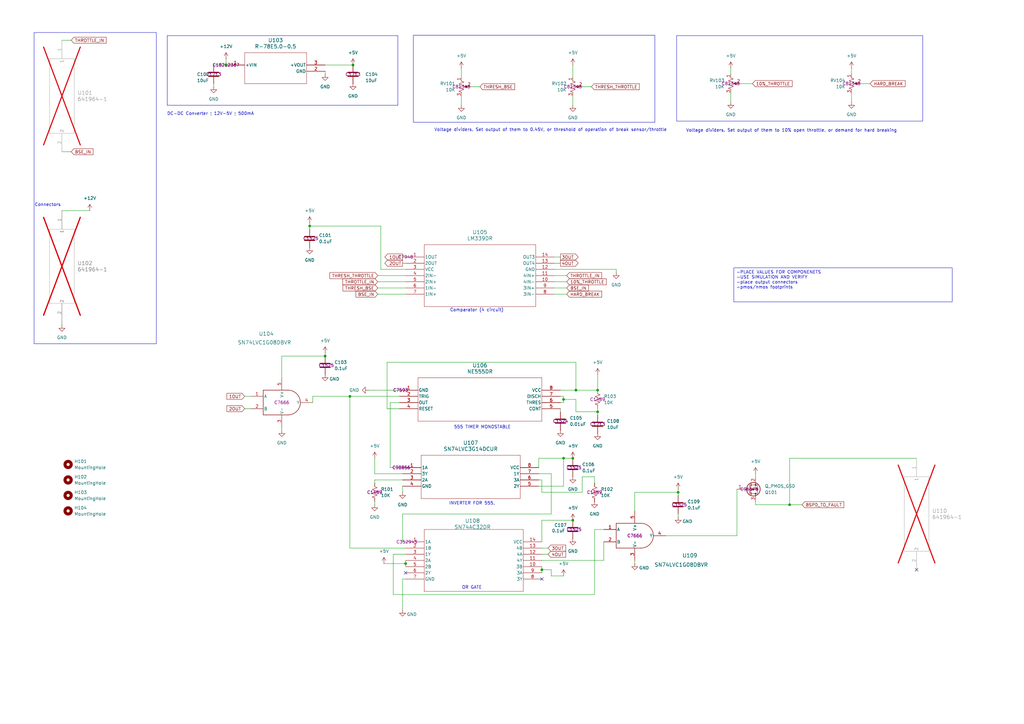
<source format=kicad_sch>
(kicad_sch (version 20250114) (generator "eeschema") (generator_version "9.0")
  (paper "A3")
  (lib_symbols
    (symbol "+5V_2" (power) (pin_numbers (hide yes)) (pin_names (offset 0) (hide yes))
      (property "Value" "+5V" (at 0 3.556 0))
      (symbol "+5V_2_0_1"
        (polyline (pts (xy -0.762 1.27) (xy 0 2.54)))
        (polyline (pts (xy 0 2.54) (xy 0.762 1.27)))
        (polyline (pts (xy 0 0) (xy 0 2.54)))
      )
      (symbol "+5V_2_1_1"
        (pin power_in line (at 0 0 90) (length 0) (name "~") (number "1"))
      )
    )
    (symbol "641964-1:641964-1" (pin_names (offset 0.254))
      (property "Reference" "U" (at 22.86 10.16 0))
      (property "Value" "641964-1" (at 22.86 7.62 0))
      (symbol "641964-1_0_1"
        (polyline (pts (xy 7.62 5.08) (xy 7.62 -5.08)) (stroke (width 0.127)))
        (polyline (pts (xy 7.62 -5.08) (xy 38.1 -5.08)) (stroke (width 0.127)))
        (polyline (pts (xy 38.1 5.08) (xy 7.62 5.08)) (stroke (width 0.127)))
        (polyline (pts (xy 38.1 -5.08) (xy 38.1 5.08)) (stroke (width 0.127)))
        (pin unspecified line (at 0 0 0) (length 7.62) (name "1") (number "1"))
        (pin unspecified line (at 45.72 0 180) (length 7.62) (name "2") (number "2"))
      )
    )
    (symbol "Device:C" (pin_numbers (hide yes)) (pin_names (offset 0.254))
      (property "Reference" "C" (at 0.635 2.54 0))
      (property "Value" "C" (at 0.635 -2.54 0))
      (symbol "C_0_1"
        (polyline (pts (xy -2.032 0.762) (xy 2.032 0.762)) (stroke (width 0.508)))
        (polyline (pts (xy -2.032 -0.762) (xy 2.032 -0.762)) (stroke (width 0.508)))
      )
      (symbol "C_1_1"
        (pin passive line (at 0 3.81 270) (length 2.794) (name "~") (number "1"))
        (pin passive line (at 0 -3.81 90) (length 2.794) (name "~") (number "2"))
      )
    )
    (symbol "Device:R_Potentiometer_US" (pin_names (offset 1.016) (hide yes))
      (property "Reference" "RV" (at -4.445 0 90))
      (property "Value" "R_Potentiometer_US" (at -2.54 0 90))
      (symbol "R_Potentiometer_US_0_1"
        (polyline (pts (xy 0 2.54) (xy 0 2.286)))
        (polyline (pts (xy 0 2.286) (xy 1.016 1.905) (xy 0 1.524) (xy -1.016 1.143) (xy 0 0.762)))
        (polyline (pts (xy 0 0.762) (xy 1.016 0.381) (xy 0 0) (xy -1.016 -0.381) (xy 0 -0.762)))
        (polyline (pts (xy 0 -0.762) (xy 1.016 -1.143) (xy 0 -1.524) (xy -1.016 -1.905) (xy 0 -2.286)))
        (polyline (pts (xy 0 -2.286) (xy 0 -2.54)))
        (polyline (pts (xy 1.143 0) (xy 2.286 0.508) (xy 2.286 -0.508) (xy 1.143 0)) (fill (type outline)))
        (polyline (pts (xy 2.54 0) (xy 1.524 0)))
      )
      (symbol "R_Potentiometer_US_1_1"
        (pin passive line (at 0 3.81 270) (length 1.27) (name "1") (number "1"))
        (pin passive line (at 0 -3.81 90) (length 1.27) (name "3") (number "3"))
        (pin passive line (at 3.81 0 180) (length 1.27) (name "2") (number "2"))
      )
    )
    (symbol "Device:R_US" (pin_numbers (hide yes)) (pin_names (offset 0))
      (property "Reference" "R" (at 2.54 0 90))
      (property "Value" "R_US" (at -2.54 0 90))
      (symbol "R_US_0_1"
        (polyline (pts (xy 0 2.286) (xy 0 2.54)))
        (polyline (pts (xy 0 2.286) (xy 1.016 1.905) (xy 0 1.524) (xy -1.016 1.143) (xy 0 0.762)))
        (polyline (pts (xy 0 0.762) (xy 1.016 0.381) (xy 0 0) (xy -1.016 -0.381) (xy 0 -0.762)))
        (polyline (pts (xy 0 -0.762) (xy 1.016 -1.143) (xy 0 -1.524) (xy -1.016 -1.905) (xy 0 -2.286)))
        (polyline (pts (xy 0 -2.286) (xy 0 -2.54)))
      )
      (symbol "R_US_1_1"
        (pin passive line (at 0 3.81 270) (length 1.27) (name "~") (number "1"))
        (pin passive line (at 0 -3.81 90) (length 1.27) (name "~") (number "2"))
      )
    )
    (symbol "LM339DR:LM339DR" (pin_names (offset 0.254))
      (property "Reference" "U" (at 30.48 10.16 0))
      (property "Value" "LM339DR" (at 30.48 7.62 0))
      (symbol "LM339DR_0_1"
        (polyline (pts (xy 7.62 5.08) (xy 7.62 -20.32)) (stroke (width 0.127)))
        (polyline (pts (xy 7.62 -20.32) (xy 53.34 -20.32)) (stroke (width 0.127)))
        (polyline (pts (xy 53.34 5.08) (xy 7.62 5.08)) (stroke (width 0.127)))
        (polyline (pts (xy 53.34 -20.32) (xy 53.34 5.08)) (stroke (width 0.127)))
        (pin output line (at 0 0 0) (length 7.62) (name "1OUT") (number "1"))
        (pin output line (at 0 -2.54 0) (length 7.62) (name "2OUT") (number "2"))
        (pin power_in line (at 0 -5.08 0) (length 7.62) (name "VCC") (number "3"))
        (pin input line (at 0 -7.62 0) (length 7.62) (name "2IN-") (number "4"))
        (pin input line (at 0 -10.16 0) (length 7.62) (name "2IN+") (number "5"))
        (pin input line (at 0 -12.7 0) (length 7.62) (name "1IN-") (number "6"))
        (pin input line (at 0 -15.24 0) (length 7.62) (name "1IN+") (number "7"))
        (pin output line (at 60.96 0 180) (length 7.62) (name "OUT3") (number "14"))
        (pin output line (at 60.96 -2.54 180) (length 7.62) (name "OUT4") (number "13"))
        (pin power_in line (at 60.96 -5.08 180) (length 7.62) (name "GND") (number "12"))
        (pin input line (at 60.96 -7.62 180) (length 7.62) (name "4IN+") (number "11"))
        (pin input line (at 60.96 -10.16 180) (length 7.62) (name "4IN-") (number "10"))
        (pin input line (at 60.96 -12.7 180) (length 7.62) (name "3IN+") (number "9"))
        (pin input line (at 60.96 -15.24 180) (length 7.62) (name "3IN-") (number "8"))
      )
    )
    (symbol "Mechanical:MountingHole" (pin_names (offset 1.016)) (exclude_from_sim yes) (in_bom no)
      (property "Reference" "H" (at 0 5.08 0))
      (property "Value" "MountingHole" (at 0 3.175 0))
      (symbol "MountingHole_0_1"
        (circle (center 0 0) (radius 1.27) (stroke (width 1.27)))
      )
    )
    (symbol "NE555DR:NE555DR" (pin_names (offset 0.254))
      (property "Reference" "U" (at 33.02 10.16 0))
      (property "Value" "NE555DR" (at 33.02 7.62 0))
      (symbol "NE555DR_0_1"
        (polyline (pts (xy 7.62 5.08) (xy 7.62 -12.7)) (stroke (width 0.127)))
        (polyline (pts (xy 7.62 -12.7) (xy 58.42 -12.7)) (stroke (width 0.127)))
        (polyline (pts (xy 58.42 5.08) (xy 7.62 5.08)) (stroke (width 0.127)))
        (polyline (pts (xy 58.42 -12.7) (xy 58.42 5.08)) (stroke (width 0.127)))
        (pin power_in line (at 0 0 0) (length 7.62) (name "GND") (number "1"))
        (pin input line (at 0 -2.54 0) (length 7.62) (name "TRIG") (number "2"))
        (pin output line (at 0 -5.08 0) (length 7.62) (name "OUT") (number "3"))
        (pin input line (at 0 -7.62 0) (length 7.62) (name "RESET") (number "4"))
        (pin power_in line (at 66.04 0 180) (length 7.62) (name "VCC") (number "8"))
        (pin unspecified line (at 66.04 -2.54 180) (length 7.62) (name "DISCH") (number "7"))
        (pin input line (at 66.04 -5.08 180) (length 7.62) (name "THRES") (number "6"))
        (pin unspecified line (at 66.04 -7.62 180) (length 7.62) (name "CONT") (number "5"))
      )
    )
    (symbol "R_78E5_0_0_5:R-78E5.0-0.5" (pin_names (offset 0.254))
      (property "Reference" "U" (at 20.32 10.16 0))
      (property "Value" "R-78E5.0-0.5" (at 20.32 7.62 0))
      (symbol "R-78E5.0-0.5_0_1"
        (polyline (pts (xy 7.62 5.08) (xy 7.62 -7.62)) (stroke (width 0.127)))
        (polyline (pts (xy 7.62 -7.62) (xy 33.02 -7.62)) (stroke (width 0.127)))
        (polyline (pts (xy 33.02 5.08) (xy 7.62 5.08)) (stroke (width 0.127)))
        (polyline (pts (xy 33.02 -7.62) (xy 33.02 5.08)) (stroke (width 0.127)))
        (pin power_in line (at 0 0 0) (length 7.62) (name "+VIN") (number "1"))
        (pin power_in line (at 40.64 0 180) (length 7.62) (name "+VOUT") (number "3"))
        (pin power_out line (at 40.64 -2.54 180) (length 7.62) (name "GND") (number "2"))
      )
    )
    (symbol "SN74AC32DR:SN74AC32DR" (pin_names (offset 0.254))
      (property "Reference" "U" (at 27.94 10.16 0))
      (property "Value" "SN74AC32DR" (at 27.94 7.62 0))
      (symbol "SN74AC32DR_0_1"
        (polyline (pts (xy 7.62 5.08) (xy 7.62 -20.32)) (stroke (width 0.127)))
        (polyline (pts (xy 7.62 -20.32) (xy 48.26 -20.32)) (stroke (width 0.127)))
        (polyline (pts (xy 48.26 5.08) (xy 7.62 5.08)) (stroke (width 0.127)))
        (polyline (pts (xy 48.26 -20.32) (xy 48.26 5.08)) (stroke (width 0.127)))
        (pin input line (at 0 0 0) (length 7.62) (name "1A") (number "1"))
        (pin input line (at 0 -2.54 0) (length 7.62) (name "1B") (number "2"))
        (pin output line (at 0 -5.08 0) (length 7.62) (name "1Y") (number "3"))
        (pin input line (at 0 -7.62 0) (length 7.62) (name "2A") (number "4"))
        (pin input line (at 0 -10.16 0) (length 7.62) (name "2B") (number "5"))
        (pin output line (at 0 -12.7 0) (length 7.62) (name "2Y") (number "6"))
        (pin power_in line (at 0 -15.24 0) (length 7.62) (name "GND") (number "7"))
        (pin power_in line (at 55.88 0 180) (length 7.62) (name "VCC") (number "14"))
        (pin input line (at 55.88 -2.54 180) (length 7.62) (name "4B") (number "13"))
        (pin input line (at 55.88 -5.08 180) (length 7.62) (name "4A") (number "12"))
        (pin output line (at 55.88 -7.62 180) (length 7.62) (name "4Y") (number "11"))
        (pin input line (at 55.88 -10.16 180) (length 7.62) (name "3B") (number "10"))
        (pin input line (at 55.88 -12.7 180) (length 7.62) (name "3A") (number "9"))
        (pin output line (at 55.88 -15.24 180) (length 7.62) (name "3Y") (number "8"))
      )
    )
    (symbol "SN74LVC1G08DBVR:SN74LVC1G08DBVR" (pin_names (offset 0.254))
      (property "Reference" "U" (at 0 2.54 0))
      (property "Value" "SN74LVC1G08DBVR" (at 0 0 0))
      (symbol "SN74LVC1G08DBVR_0_1"
        (polyline (pts (xy -7.62 5.08) (xy -6.35 5.08)) (stroke (width 0.2032)))
        (polyline (pts (xy -7.62 -5.08) (xy -7.62 5.08)) (stroke (width 0.2032)))
        (polyline (pts (xy -6.35 5.08) (xy 2.54 5.08)) (stroke (width 0.2032)))
        (polyline (pts (xy -6.35 -5.08) (xy -7.62 -5.08)) (stroke (width 0.2032)))
        (polyline (pts (xy -6.35 -5.08) (xy 2.54 -5.08)) (stroke (width 0.2032)))
        (arc (start 2.54 5.08) (mid 7.5978 0) (end 2.54 -5.08) (stroke (width 0.2032)))
        (pin input line (at -12.7 2.54 0) (length 5.08) (name "A") (number "1"))
        (pin input line (at -12.7 -2.54 0) (length 5.08) (name "B") (number "2"))
        (pin power_in line (at 0 10.16 270) (length 5.08) (name "V+") (number "5"))
        (pin power_in line (at 0 -10.16 90) (length 5.08) (name "V-") (number "3"))
        (pin output line (at 12.7 0 180) (length 5.08) (name "Y") (number "4"))
      )
    )
    (symbol "SN74LVC3G14DCUR:SN74LVC3G14DCUR" (pin_names (offset 0.254))
      (property "Reference" "U" (at 27.94 10.16 0))
      (property "Value" "SN74LVC3G14DCUR" (at 27.94 7.62 0))
      (symbol "SN74LVC3G14DCUR_0_1"
        (polyline (pts (xy 7.62 5.08) (xy 7.62 -12.7)) (stroke (width 0.127)))
        (polyline (pts (xy 7.62 -12.7) (xy 48.26 -12.7)) (stroke (width 0.127)))
        (polyline (pts (xy 48.26 5.08) (xy 7.62 5.08)) (stroke (width 0.127)))
        (polyline (pts (xy 48.26 -12.7) (xy 48.26 5.08)) (stroke (width 0.127)))
        (pin input line (at 0 0 0) (length 7.62) (name "1A") (number "1"))
        (pin output line (at 0 -2.54 0) (length 7.62) (name "3Y") (number "2"))
        (pin input line (at 0 -5.08 0) (length 7.62) (name "2A") (number "3"))
        (pin power_in line (at 0 -7.62 0) (length 7.62) (name "GND") (number "4"))
        (pin power_in line (at 55.88 0 180) (length 7.62) (name "VCC") (number "8"))
        (pin output line (at 55.88 -2.54 180) (length 7.62) (name "1Y") (number "7"))
        (pin input line (at 55.88 -5.08 180) (length 7.62) (name "3A") (number "6"))
        (pin output line (at 55.88 -7.62 180) (length 7.62) (name "2Y") (number "5"))
      )
    )
    (symbol "Transistor_FET:Q_PMOS_GSD" (pin_names (offset 0) (hide yes))
      (property "Reference" "Q" (at 5.08 1.905 0))
      (property "Value" "Q_PMOS_GSD" (at 5.08 0 0))
      (symbol "Q_PMOS_GSD_0_1"
        (polyline (pts (xy 0.254 1.905) (xy 0.254 -1.905)) (stroke (width 0.254)))
        (polyline (pts (xy 0.254 0) (xy -2.54 0)))
        (polyline (pts (xy 0.762 2.286) (xy 0.762 1.27)) (stroke (width 0.254)))
        (polyline (pts (xy 0.762 1.778) (xy 3.302 1.778) (xy 3.302 -1.778) (xy 0.762 -1.778)))
        (polyline (pts (xy 0.762 0.508) (xy 0.762 -0.508)) (stroke (width 0.254)))
        (polyline (pts (xy 0.762 -1.27) (xy 0.762 -2.286)) (stroke (width 0.254)))
        (circle (center 1.651 0) (radius 2.794) (stroke (width 0.254)))
        (polyline (pts (xy 2.286 0) (xy 1.27 0.381) (xy 1.27 -0.381) (xy 2.286 0)) (fill (type outline)))
        (polyline (pts (xy 2.54 2.54) (xy 2.54 1.778)))
        (circle (center 2.54 1.778) (radius 0.254) (fill (type outline)))
        (circle (center 2.54 -1.778) (radius 0.254) (fill (type outline)))
        (polyline (pts (xy 2.54 -2.54) (xy 2.54 0) (xy 0.762 0)))
        (polyline (pts (xy 2.921 -0.381) (xy 3.683 -0.381)))
        (polyline (pts (xy 3.302 -0.381) (xy 2.921 0.254) (xy 3.683 0.254) (xy 3.302 -0.381)))
      )
      (symbol "Q_PMOS_GSD_1_1"
        (pin input line (at -5.08 0 0) (length 2.54) (name "G") (number "1"))
        (pin passive line (at 2.54 5.08 270) (length 2.54) (name "D") (number "3"))
        (pin passive line (at 2.54 -5.08 90) (length 2.54) (name "S") (number "2"))
      )
    )
    (symbol "power:+12V" (power) (pin_numbers (hide yes)) (pin_names (offset 0) (hide yes))
      (property "Value" "+12V" (at 0 3.556 0))
      (symbol "+12V_0_1"
        (polyline (pts (xy -0.762 1.27) (xy 0 2.54)))
        (polyline (pts (xy 0 2.54) (xy 0.762 1.27)))
        (polyline (pts (xy 0 0) (xy 0 2.54)))
      )
      (symbol "+12V_1_1"
        (pin power_in line (at 0 0 90) (length 0) (name "~") (number "1"))
      )
    )
    (symbol "power:GND" (power) (pin_numbers (hide yes)) (pin_names (offset 0) (hide yes))
      (property "Value" "GND" (at 0 -3.81 0))
      (symbol "GND_0_1"
        (polyline (pts (xy 0 0) (xy 0 -1.27) (xy 1.27 -1.27) (xy 0 -2.54) (xy -1.27 -1.27) (xy 0 -1.27)))
      )
      (symbol "GND_1_1"
        (pin power_in line (at 0 0 270) (length 0) (name "~") (number "1"))
      )
    )
  )
  (rectangle (start 13.97 13.335) (end 64.135 140.97))
  (rectangle (start 68.58 14.605) (end 163.195 43.18))
  (rectangle (start 277.495 14.605) (end 378.46 49.657))
  (rectangle (start 169.545 14.478) (end 268.605 50.165))
  (text "Comparator (4 circuit)\n" (at 195.58 127.254 0) (effects (font (size 1.27 1.27))))
  (text "OR GATE\n" (at 193.548 241.046 0) (effects (font (size 1.27 1.27))))
  (text "Voltage dividers. Set output of them to 10% open throttle, or demand for hard breaking\n" (at 324.612 53.594 0) (effects (font (size 1.27 1.27))))
  (text "Voltage dividers. Set output of them to 0.45V, or threshold of operation of break sensor/throttle\n" (at 225.806 53.34 0) (effects (font (size 1.27 1.27))))
  (text "INVERTER FOR 555, \n" (at 184.15 206.502 0) (effects (font (size 1.27 1.27)) (justify left)))
  (text "555 TIMER MONOSTABLE\n" (at 186.182 175.26 0) (effects (font (size 1.27 1.27)) (justify left)))
  (text "DC-DC Converter ; 12V-5V ; 500mA\n" (at 86.36 46.736 0) (effects (font (size 1.27 1.27))))
  (text "Connectors \n" (at 20.066 84.074 0) (effects (font (size 1.27 1.27))))
  (text_box "-PLACE VALUES FOR COMPONENETS\n-USE SIMULATION AND VERIFY\n-place output connectors\n-pmos/nmos footprints\n\n" (at 300.99 109.855 0) (size 89.535 13.97) (margins 0.9525 0.9525 0.9525 0.9525) (effects (font (size 1.27 1.27)) (justify left top)))
  (junction (at 92.71 26.67))
  (junction (at 222.25 233.68))
  (junction (at 245.11 168.91))
  (junction (at 234.95 213.36))
  (junction (at 143.51 162.56))
  (junction (at 231.14 187.96))
  (junction (at 127 92.71))
  (junction (at 231.14 163.83))
  (junction (at 245.11 160.02))
  (junction (at 323.85 207.01))
  (junction (at 144.78 26.67))
  (junction (at 236.22 160.02))
  (junction (at 166.37 231.14))
  (junction (at 278.13 201.93))
  (junction (at 133.35 146.05))
  (junction (at 234.95 187.96))
  (no_connect (at 166.37 234.95))
  (no_connect (at 375.92 233.68))
  (no_connect (at 222.25 237.49))
  (wire (pts (xy 222.25 196.85) (xy 220.98 196.85)))
  (wire (pts (xy 245.11 170.18) (xy 245.11 168.91)))
  (wire (pts (xy 222.25 224.79) (xy 224.79 224.79)))
  (wire (pts (xy 353.06 34.29) (xy 356.87 34.29)))
  (wire (pts (xy 309.88 207.01) (xy 309.88 205.74)))
  (wire (pts (xy 229.87 105.41) (xy 227.33 105.41)))
  (wire (pts (xy 163.83 165.1) (xy 160.02 165.1)))
  (wire (pts (xy 231.14 199.39) (xy 231.14 187.96)))
  (wire (pts (xy 222.25 233.68) (xy 222.25 234.95)))
  (wire (pts (xy 143.51 162.56) (xy 163.83 162.56)))
  (wire (pts (xy 227.33 115.57) (xy 232.41 115.57)))
  (wire (pts (xy 115.57 154.94) (xy 115.57 146.05)))
  (wire (pts (xy 229.87 165.1) (xy 231.14 165.1)))
  (wire (pts (xy 299.72 38.1) (xy 299.72 41.91)))
  (wire (pts (xy 220.98 191.77) (xy 220.98 187.96)))
  (wire (pts (xy 165.1 107.95) (xy 166.37 107.95)))
  (wire (pts (xy 154.94 120.65) (xy 166.37 120.65)))
  (wire (pts (xy 165.1 105.41) (xy 166.37 105.41)))
  (wire (pts (xy 260.35 231.14) (xy 260.35 229.87)))
  (wire (pts (xy 25.4 16.51) (xy 29.21 16.51)))
  (wire (pts (xy 156.21 92.71) (xy 127 92.71)))
  (wire (pts (xy 323.85 207.01) (xy 309.88 207.01)))
  (wire (pts (xy 25.4 62.23) (xy 29.21 62.23)))
  (wire (pts (xy 133.35 29.21) (xy 133.35 30.48)))
  (wire (pts (xy 278.13 212.09) (xy 278.13 210.82)))
  (wire (pts (xy 158.75 167.64) (xy 158.75 148.59)))
  (wire (pts (xy 231.14 163.83) (xy 231.14 165.1)))
  (wire (pts (xy 220.98 194.31) (xy 226.06 194.31)))
  (wire (pts (xy 236.22 168.91) (xy 236.22 163.83)))
  (wire (pts (xy 278.13 203.2) (xy 278.13 201.93)))
  (wire (pts (xy 273.05 219.71) (xy 302.26 219.71)))
  (wire (pts (xy 157.48 231.14) (xy 166.37 231.14)))
  (wire (pts (xy 229.87 167.64) (xy 229.87 168.91)))
  (wire (pts (xy 247.65 229.87) (xy 247.65 222.25)))
  (wire (pts (xy 154.94 113.03) (xy 166.37 113.03)))
  (wire (pts (xy 156.21 110.49) (xy 156.21 92.71)))
  (wire (pts (xy 165.1 237.49) (xy 165.1 250.19)))
  (wire (pts (xy 299.72 30.48) (xy 299.72 27.94)))
  (wire (pts (xy 222.25 233.68) (xy 226.06 233.68)))
  (wire (pts (xy 222.25 227.33) (xy 224.79 227.33)))
  (wire (pts (xy 100.33 162.56) (xy 102.87 162.56)))
  (wire (pts (xy 245.11 160.02) (xy 245.11 153.67)))
  (wire (pts (xy 229.87 160.02) (xy 236.22 160.02)))
  (wire (pts (xy 234.95 26.67) (xy 234.95 31.75)))
  (wire (pts (xy 189.23 27.94) (xy 189.23 31.75)))
  (wire (pts (xy 160.02 191.77) (xy 165.1 191.77)))
  (wire (pts (xy 143.51 224.79) (xy 143.51 162.56)))
  (wire (pts (xy 328.93 207.01) (xy 323.85 207.01)))
  (wire (pts (xy 243.84 243.84) (xy 243.84 217.17)))
  (wire (pts (xy 252.73 110.49) (xy 227.33 110.49)))
  (wire (pts (xy 166.37 237.49) (xy 165.1 237.49)))
  (wire (pts (xy 193.04 35.56) (xy 196.85 35.56)))
  (wire (pts (xy 375.92 187.96) (xy 323.85 187.96)))
  (wire (pts (xy 226.06 236.22) (xy 226.06 233.68)))
  (wire (pts (xy 349.25 27.94) (xy 349.25 30.48)))
  (wire (pts (xy 128.27 165.1) (xy 128.27 162.56)))
  (wire (pts (xy 236.22 148.59) (xy 236.22 160.02)))
  (wire (pts (xy 222.25 201.93) (xy 222.25 196.85)))
  (wire (pts (xy 220.98 199.39) (xy 231.14 199.39)))
  (wire (pts (xy 220.98 187.96) (xy 231.14 187.96)))
  (wire (pts (xy 128.27 162.56) (xy 143.51 162.56)))
  (wire (pts (xy 189.23 39.37) (xy 189.23 43.18)))
  (wire (pts (xy 238.76 195.58) (xy 238.76 201.93)))
  (wire (pts (xy 231.14 236.22) (xy 226.06 236.22)))
  (wire (pts (xy 252.73 111.76) (xy 252.73 110.49)))
  (wire (pts (xy 236.22 163.83) (xy 231.14 163.83)))
  (wire (pts (xy 92.71 24.13) (xy 92.71 26.67)))
  (wire (pts (xy 25.4 86.36) (xy 36.83 86.36)))
  (wire (pts (xy 165.1 194.31) (xy 153.67 194.31)))
  (wire (pts (xy 115.57 146.05) (xy 133.35 146.05)))
  (wire (pts (xy 161.29 227.33) (xy 161.29 243.84)))
  (wire (pts (xy 227.33 120.65) (xy 232.41 120.65)))
  (wire (pts (xy 260.35 201.93) (xy 278.13 201.93)))
  (wire (pts (xy 161.29 243.84) (xy 243.84 243.84)))
  (wire (pts (xy 87.63 35.56) (xy 87.63 34.29)))
  (wire (pts (xy 236.22 168.91) (xy 245.11 168.91)))
  (wire (pts (xy 165.1 222.25) (xy 166.37 222.25)))
  (wire (pts (xy 234.95 43.18) (xy 234.95 39.37)))
  (wire (pts (xy 222.25 229.87) (xy 247.65 229.87)))
  (wire (pts (xy 231.14 162.56) (xy 231.14 163.83)))
  (wire (pts (xy 243.84 195.58) (xy 238.76 195.58)))
  (wire (pts (xy 302.26 219.71) (xy 302.26 200.66)))
  (wire (pts (xy 153.67 196.85) (xy 153.67 198.12)))
  (wire (pts (xy 222.25 213.36) (xy 234.95 213.36)))
  (wire (pts (xy 238.76 35.56) (xy 242.57 35.56)))
  (wire (pts (xy 166.37 224.79) (xy 143.51 224.79)))
  (wire (pts (xy 154.94 118.11) (xy 166.37 118.11)))
  (wire (pts (xy 153.67 196.85) (xy 165.1 196.85)))
  (wire (pts (xy 25.4 132.08) (xy 25.4 133.35)))
  (wire (pts (xy 100.33 167.64) (xy 102.87 167.64)))
  (wire (pts (xy 236.22 160.02) (xy 245.11 160.02)))
  (wire (pts (xy 243.84 217.17) (xy 247.65 217.17)))
  (wire (pts (xy 229.87 107.95) (xy 227.33 107.95)))
  (wire (pts (xy 158.75 148.59) (xy 236.22 148.59)))
  (wire (pts (xy 165.1 201.93) (xy 165.1 199.39)))
  (wire (pts (xy 303.53 34.29) (xy 308.61 34.29)))
  (wire (pts (xy 133.35 144.78) (xy 133.35 146.05)))
  (wire (pts (xy 226.06 210.82) (xy 165.1 210.82)))
  (wire (pts (xy 153.67 187.96) (xy 153.67 194.31)))
  (wire (pts (xy 323.85 187.96) (xy 323.85 207.01)))
  (wire (pts (xy 226.06 194.31) (xy 226.06 210.82)))
  (wire (pts (xy 238.76 201.93) (xy 222.25 201.93)))
  (wire (pts (xy 151.13 160.02) (xy 163.83 160.02)))
  (wire (pts (xy 127 91.44) (xy 127 92.71)))
  (wire (pts (xy 166.37 227.33) (xy 161.29 227.33)))
  (wire (pts (xy 309.88 194.31) (xy 309.88 195.58)))
  (wire (pts (xy 166.37 110.49) (xy 156.21 110.49)))
  (wire (pts (xy 245.11 168.91) (xy 245.11 167.64)))
  (wire (pts (xy 163.83 167.64) (xy 158.75 167.64)))
  (wire (pts (xy 153.67 207.01) (xy 153.67 205.74)))
  (wire (pts (xy 231.14 187.96) (xy 234.95 187.96)))
  (wire (pts (xy 115.57 176.53) (xy 115.57 175.26)))
  (wire (pts (xy 165.1 210.82) (xy 165.1 222.25)))
  (wire (pts (xy 127 92.71) (xy 127 93.98)))
  (wire (pts (xy 227.33 118.11) (xy 232.41 118.11)))
  (wire (pts (xy 166.37 229.87) (xy 166.37 231.14)))
  (wire (pts (xy 133.35 26.67) (xy 144.78 26.67)))
  (wire (pts (xy 278.13 201.93) (xy 278.13 200.66)))
  (wire (pts (xy 166.37 231.14) (xy 166.37 232.41)))
  (wire (pts (xy 260.35 209.55) (xy 260.35 201.93)))
  (wire (pts (xy 349.25 38.1) (xy 349.25 41.91)))
  (wire (pts (xy 243.84 195.58) (xy 243.84 198.12)))
  (wire (pts (xy 87.63 26.67) (xy 92.71 26.67)))
  (wire (pts (xy 222.25 232.41) (xy 222.25 233.68)))
  (wire (pts (xy 227.33 113.03) (xy 232.41 113.03)))
  (wire (pts (xy 222.25 213.36) (xy 222.25 222.25)))
  (wire (pts (xy 231.14 162.56) (xy 229.87 162.56)))
  (wire (pts (xy 154.94 115.57) (xy 166.37 115.57)))
  (wire (pts (xy 160.02 165.1) (xy 160.02 191.77)))
  (global_label "BSE_IN" (shape input) (at 154.94 120.65 180) (property "Intersheetrefs" "${INTERSHEET_REFS}" (effects (hide yes))))
  (global_label "2OUT" (shape input) (at 100.33 167.64 180) (property "Intersheetrefs" "${INTERSHEET_REFS}" (effects (hide yes))))
  (global_label "2OUT" (shape output) (at 165.1 107.95 180) (property "Intersheetrefs" "${INTERSHEET_REFS}" (effects (hide yes))))
  (global_label "BSPD_TO_FAULT" (shape input) (at 328.93 207.01 0) (property "Intersheetrefs" "${INTERSHEET_REFS}" (effects (hide yes))))
  (global_label "THRESH_THROTTLE" (shape input) (at 154.94 113.03 180) (property "Intersheetrefs" "${INTERSHEET_REFS}" (effects (hide yes))))
  (global_label "3OUT" (shape input) (at 224.79 224.79 0) (property "Intersheetrefs" "${INTERSHEET_REFS}" (effects (hide yes))))
  (global_label "4OUT" (shape output) (at 229.87 107.95 0) (property "Intersheetrefs" "${INTERSHEET_REFS}" (effects (hide yes))))
  (global_label "4OUT" (shape input) (at 224.79 227.33 0) (property "Intersheetrefs" "${INTERSHEET_REFS}" (effects (hide yes))))
  (global_label "10%_THROTTLE" (shape input) (at 232.41 115.57 0) (property "Intersheetrefs" "${INTERSHEET_REFS}" (effects (hide yes))))
  (global_label "3OUT" (shape output) (at 229.87 105.41 0) (property "Intersheetrefs" "${INTERSHEET_REFS}" (effects (hide yes))))
  (global_label "THRESH_BSE" (shape input) (at 196.85 35.56 0) (property "Intersheetrefs" "${INTERSHEET_REFS}" (effects (hide yes))))
  (global_label "HARD_BREAK" (shape input) (at 232.41 120.65 0) (property "Intersheetrefs" "${INTERSHEET_REFS}" (effects (hide yes))))
  (global_label "1OUT" (shape output) (at 165.1 105.41 180) (property "Intersheetrefs" "${INTERSHEET_REFS}" (effects (hide yes))))
  (global_label "10%_THROTTLE" (shape input) (at 308.61 34.29 0) (property "Intersheetrefs" "${INTERSHEET_REFS}" (effects (hide yes))))
  (global_label "THROTTLE_IN" (shape input) (at 232.41 113.03 0) (property "Intersheetrefs" "${INTERSHEET_REFS}" (effects (hide yes))))
  (global_label "BSE_IN" (shape input) (at 29.21 62.23 0) (property "Intersheetrefs" "${INTERSHEET_REFS}" (effects (hide yes))))
  (global_label "THROTTLE_IN" (shape input) (at 29.21 16.51 0) (property "Intersheetrefs" "${INTERSHEET_REFS}" (effects (hide yes))))
  (global_label "THRESH_BSE" (shape input) (at 154.94 118.11 180) (property "Intersheetrefs" "${INTERSHEET_REFS}" (effects (hide yes))))
  (global_label "THROTTLE_IN" (shape input) (at 154.94 115.57 180) (property "Intersheetrefs" "${INTERSHEET_REFS}" (effects (hide yes))))
  (global_label "1OUT" (shape input) (at 100.33 162.56 180) (property "Intersheetrefs" "${INTERSHEET_REFS}" (effects (hide yes))))
  (global_label "BSE_IN" (shape input) (at 232.41 118.11 0) (property "Intersheetrefs" "${INTERSHEET_REFS}" (effects (hide yes))))
  (global_label "HARD_BREAK" (shape input) (at 356.87 34.29 0) (property "Intersheetrefs" "${INTERSHEET_REFS}" (effects (hide yes))))
  (global_label "THRESH_THROTTLE" (shape input) (at 242.57 35.56 0) (property "Intersheetrefs" "${INTERSHEET_REFS}" (effects (hide yes))))
  (symbol (lib_name "+5V_2") (lib_id "power:+5V") (at 157.48 231.14 0) (unit 1)
    (property "Reference" "#PWR0111" (effects (hide yes)))
    (property "Value" "+5V" (at 157.48 226.06 0))
    (property "Description" "Power symbol creates a global label with name \"+5V\"" (effects (hide yes)))
  )
  (symbol (lib_id "power:+12V") (at 92.71 24.13 0) (unit 1)
    (property "Reference" "#PWR0106" (effects (hide yes)))
    (property "Value" "+12V" (at 92.71 19.05 0))
    (property "Description" "Power symbol creates a global label with name \"+12V\"" (effects (hide yes)))
  )
  (symbol (lib_id "Device:C") (at 133.35 149.86 0) (unit 1)
    (property "Reference" "C103" (at 137.16 148.5899 0) (effects (justify left)))
    (property "Value" "0.1uF" (at 137.16 151.1299 0) (effects (justify left)))
    (property "Footprint" "Capacitor_SMD:C_0402_1005Metric" (effects (hide yes)))
    (property "Description" "Unpolarized capacitor" (effects (hide yes)))
    (property "JLCPCB Part #" " C1525" (at 133.35 149.86 0))
  )
  (symbol (lib_id "Mechanical:MountingHole") (at 27.94 196.85 0) (unit 1) (exclude_from_sim yes) (in_bom no)
    (property "Reference" "H102" (at 30.48 195.5799 0) (effects (justify left)))
    (property "Value" "MountingHole" (at 30.48 198.1199 0) (effects (justify left)))
    (property "Footprint" "MountingHole:MountingHole_2.2mm_M2" (effects (hide yes)))
    (property "Description" "Mounting Hole without connection" (effects (hide yes)))
  )
  (symbol (lib_name "+5V_2") (lib_id "power:+5V") (at 278.13 200.66 0) (unit 1)
    (property "Reference" "#PWR0134" (effects (hide yes)))
    (property "Value" "+5V" (at 278.13 195.58 0))
    (property "Description" "Power symbol creates a global label with name \"+5V\"" (effects (hide yes)))
  )
  (symbol (lib_id "power:GND") (at 299.72 41.91 0) (unit 1)
    (property "Reference" "#PWR0136" (effects (hide yes)))
    (property "Value" "GND" (at 299.72 46.99 0))
    (property "Description" "Power symbol creates a global label with name \"GND\" , ground" (effects (hide yes)))
  )
  (symbol (lib_id "power:GND") (at 165.1 201.93 0) (unit 1)
    (property "Reference" "#PWR0117" (effects (hide yes)))
    (property "Value" "GND" (at 165.1 207.01 0))
    (property "Description" "Power symbol creates a global label with name \"GND\" , ground" (effects (hide yes)))
  )
  (symbol (lib_name "+5V_2") (lib_id "power:+5V") (at 127 91.44 0) (unit 1)
    (property "Reference" "#PWR0103" (effects (hide yes)))
    (property "Value" "+5V" (at 127 86.36 0))
    (property "Description" "Power symbol creates a global label with name \"+5V\"" (effects (hide yes)))
  )
  (symbol (lib_name "+5V_2") (lib_id "power:+5V") (at 231.14 236.22 0) (unit 1)
    (property "Reference" "#PWR0123" (effects (hide yes)))
    (property "Value" "+5V" (at 231.14 231.14 0))
    (property "Description" "Power symbol creates a global label with name \"+5V\"" (effects (hide yes)))
  )
  (symbol (lib_name "+5V_2") (lib_id "power:+5V") (at 234.95 213.36 0) (unit 1)
    (property "Reference" "#PWR0127" (effects (hide yes)))
    (property "Value" "+5V" (at 234.95 208.28 0))
    (property "Description" "Power symbol creates a global label with name \"+5V\"" (effects (hide yes)))
  )
  (symbol (lib_id "Mechanical:MountingHole") (at 27.94 209.55 0) (unit 1) (exclude_from_sim yes) (in_bom no)
    (property "Reference" "H104" (at 30.48 208.2799 0) (effects (justify left)))
    (property "Value" "MountingHole" (at 30.48 210.8199 0) (effects (justify left)))
    (property "Footprint" "MountingHole:MountingHole_2.2mm_M2" (effects (hide yes)))
    (property "Description" "Mounting Hole without connection" (effects (hide yes)))
  )
  (symbol (lib_id "power:+12V") (at 36.83 86.36 0) (unit 1)
    (property "Reference" "#PWR0101" (effects (hide yes)))
    (property "Value" "+12V" (at 36.83 81.28 0))
    (property "Description" "Power symbol creates a global label with name \"+12V\"" (effects (hide yes)))
  )
  (symbol (lib_id "power:GND") (at 115.57 176.53 0) (unit 1)
    (property "Reference" "#PWR0107" (effects (hide yes)))
    (property "Value" "GND" (at 115.57 181.61 0))
    (property "Description" "Power symbol creates a global label with name \"GND\" , ground" (effects (hide yes)))
  )
  (symbol (lib_id "Device:R_Potentiometer_US") (at 299.72 34.29 0) (unit 1)
    (property "Reference" "RV103" (at 297.18 33.0199 0) (effects (justify right)))
    (property "Value" "10K" (at 297.18 35.5599 0) (effects (justify right)))
    (property "Footprint" "3224W-1-103E:POT_3224W" (effects (hide yes)))
    (property "Description" "Potentiometer, US symbol" (effects (hide yes)))
    (property "JLCPCB Part #" "C81348" (at 299.72 34.29 0))
  )
  (symbol (lib_id "power:GND") (at 252.73 111.76 0) (unit 1)
    (property "Reference" "#PWR0121" (effects (hide yes)))
    (property "Value" "GND" (at 252.73 116.84 0))
    (property "Description" "Power symbol creates a global label with name \"GND\" , ground" (effects (hide yes)))
  )
  (symbol (lib_id "Device:C") (at 234.95 217.17 0) (unit 1)
    (property "Reference" "C107" (at 227.33 215.392 0) (effects (justify left)))
    (property "Value" "0.1uF" (at 226.314 217.678 0) (effects (justify left)))
    (property "Footprint" "Capacitor_SMD:C_0402_1005Metric" (effects (hide yes)))
    (property "Description" "Unpolarized capacitor" (effects (hide yes)))
    (property "JLCPCB Part #" " C1525" (at 234.95 217.17 0))
  )
  (symbol (lib_id "power:GND") (at 245.11 177.8 0) (unit 1)
    (property "Reference" "#PWR0132" (effects (hide yes)))
    (property "Value" "GND" (at 245.11 182.88 0))
    (property "Description" "Power symbol creates a global label with name \"GND\" , ground" (effects (hide yes)))
  )
  (symbol (lib_id "LM339DR:LM339DR") (at 166.37 105.41 0) (unit 1)
    (property "Reference" "U105" (at 196.85 95.25 0) (effects (font (size 1.524 1.524))))
    (property "Value" "LM339DR" (at 196.85 97.79 0) (effects (font (size 1.524 1.524))))
    (property "Footprint" "LM339DR:D14" (effects (hide yes)))
    (property "Datasheet" "LM339DR" (effects (hide yes)))
    (property "JLCPCB Part #" "C7948" (at 166.37 105.41 0))
  )
  (symbol (lib_id "Device:C") (at 144.78 30.48 0) (unit 1)
    (property "Reference" "C104" (at 149.86 30.48 0) (effects (justify left)))
    (property "Value" "10uF" (at 149.86 33.02 0) (effects (justify left)))
    (property "Footprint" "Capacitor_SMD:C_0805_2012Metric" (effects (hide yes)))
    (property "Description" "Unpolarized capacitor" (effects (hide yes)))
    (property "JLCPCB Part #" "C1713" (at 144.78 30.48 0))
  )
  (symbol (lib_id "Device:R_Potentiometer_US") (at 234.95 35.56 0) (unit 1)
    (property "Reference" "RV102" (at 232.41 34.2899 0) (effects (justify right)))
    (property "Value" "10K" (at 232.41 36.8299 0) (effects (justify right)))
    (property "Footprint" "3224W-1-103E:POT_3224W" (effects (hide yes)))
    (property "Description" "Potentiometer, US symbol" (effects (hide yes)))
    (property "JLCPCB Part #" "C81348" (at 234.95 35.56 0))
  )
  (symbol (lib_id "Mechanical:MountingHole") (at 27.94 190.5 0) (unit 1) (exclude_from_sim yes) (in_bom no)
    (property "Reference" "H101" (at 30.48 189.2299 0) (effects (justify left)))
    (property "Value" "MountingHole" (at 30.48 191.7699 0) (effects (justify left)))
    (property "Footprint" "MountingHole:MountingHole_2.2mm_M2" (effects (hide yes)))
    (property "Description" "Mounting Hole without connection" (effects (hide yes)))
  )
  (symbol (lib_id "SN74AC32DR:SN74AC32DR") (at 166.37 222.25 0) (unit 1)
    (property "Reference" "U108" (at 193.802 213.614 0) (effects (font (size 1.524 1.524))))
    (property "Value" "SN74AC32DR" (at 193.802 216.154 0) (effects (font (size 1.524 1.524))))
    (property "Footprint" "D14" (effects (hide yes)))
    (property "Datasheet" "SN74AC32DR" (effects (hide yes)))
    (property "JLCPCB Part #" " C352943" (at 166.37 222.25 0))
  )
  (symbol (lib_id "Device:R_US") (at 153.67 201.93 0) (unit 1)
    (property "Reference" "R101" (at 156.21 200.6599 0) (effects (justify left)))
    (property "Value" "10K" (at 156.21 203.1999 0) (effects (justify left)))
    (property "Footprint" "Resistor_SMD:R_1206_3216Metric" (effects (hide yes)))
    (property "Description" "Resistor, US symbol" (effects (hide yes)))
    (property "JLCPCB Part #" "C1489" (at 153.67 201.93 0))
  )
  (symbol (lib_id "SN74LVC3G14DCUR:SN74LVC3G14DCUR") (at 165.1 191.77 0) (unit 1)
    (property "Reference" "U107" (at 193.04 181.61 0) (effects (font (size 1.524 1.524))))
    (property "Value" "SN74LVC3G14DCUR" (at 193.04 184.15 0) (effects (font (size 1.524 1.524))))
    (property "Footprint" "SN74LVC3G14DCUR:DCU8_TEX" (effects (hide yes)))
    (property "Datasheet" "SN74LVC3G14DCUR" (effects (hide yes)))
    (property "JLCPCB Part #" "C98856 " (at 165.1 191.77 0))
  )
  (symbol (lib_name "+5V_2") (lib_id "power:+5V") (at 153.67 187.96 0) (unit 1)
    (property "Reference" "#PWR0116" (effects (hide yes)))
    (property "Value" "+5V" (at 153.67 182.88 0))
    (property "Description" "Power symbol creates a global label with name \"+5V\"" (effects (hide yes)))
  )
  (symbol (lib_id "Device:C") (at 127 97.79 0) (unit 1)
    (property "Reference" "C101" (at 130.81 96.5199 0) (effects (justify left)))
    (property "Value" "0.1uF" (at 130.81 99.0599 0) (effects (justify left)))
    (property "Footprint" "Capacitor_SMD:C_0402_1005Metric" (effects (hide yes)))
    (property "Description" "Unpolarized capacitor" (effects (hide yes)))
    (property "JLCPCB Part #" " C1525" (at 127 97.79 0))
  )
  (symbol (lib_id "power:GND") (at 133.35 153.67 0) (unit 1)
    (property "Reference" "#PWR0110" (effects (hide yes)))
    (property "Value" "GND" (at 137.16 155.448 0))
    (property "Description" "Power symbol creates a global label with name \"GND\" , ground" (effects (hide yes)))
  )
  (symbol (lib_id "Device:C") (at 87.63 30.48 0) (unit 1)
    (property "Reference" "C102" (at 80.772 30.48 0) (effects (justify left)))
    (property "Value" "10uF" (at 80.772 33.02 0) (effects (justify left)))
    (property "Footprint" "Capacitor_SMD:C_0805_2012Metric" (effects (hide yes)))
    (property "Description" "Unpolarized capacitor" (effects (hide yes)))
    (property "JLCPCB Part #" "C1713" (at 87.63 30.48 0))
  )
  (symbol (lib_id "Mechanical:MountingHole") (at 27.94 203.2 0) (unit 1) (exclude_from_sim yes) (in_bom no)
    (property "Reference" "H103" (at 30.48 201.9299 0) (effects (justify left)))
    (property "Value" "MountingHole" (at 30.48 204.4699 0) (effects (justify left)))
    (property "Footprint" "MountingHole:MountingHole_2.2mm_M2" (effects (hide yes)))
    (property "Description" "Mounting Hole without connection" (effects (hide yes)))
  )
  (symbol (lib_id "power:GND") (at 189.23 43.18 0) (unit 1)
    (property "Reference" "#PWR0119" (effects (hide yes)))
    (property "Value" "GND" (at 189.23 48.26 0))
    (property "Description" "Power symbol creates a global label with name \"GND\" , ground" (effects (hide yes)))
  )
  (symbol (lib_id "power:GND") (at 25.4 133.35 0) (unit 1)
    (property "Reference" "#PWR0102" (effects (hide yes)))
    (property "Value" "GND" (at 25.4 138.43 0))
    (property "Description" "Power symbol creates a global label with name \"GND\" , ground" (effects (hide yes)))
  )
  (symbol (lib_id "power:GND") (at 234.95 195.58 0) (unit 1)
    (property "Reference" "#PWR0126" (effects (hide yes)))
    (property "Value" "GND" (at 234.95 200.66 0))
    (property "Description" "Power symbol creates a global label with name \"GND\" , ground" (effects (hide yes)))
  )
  (symbol (lib_id "Transistor_FET:Q_PMOS_GSD") (at 307.34 200.66 0) (mirror x) (unit 1)
    (property "Reference" "Q101" (at 313.69 201.9301 0) (effects (justify left)))
    (property "Value" "Q_PMOS_GSD" (at 313.69 199.3901 0) (effects (justify left)))
    (property "Footprint" "Package_TO_SOT_SMD:SOT-523" (effects (hide yes)))
    (property "Description" "P-MOSFET transistor, gate/source/drain" (effects (hide yes)))
    (property "JLCPCB Part #" "C96676" (at 307.34 200.66 0))
  )
  (symbol (lib_id "R_78E5_0_0_5:R-78E5.0-0.5") (at 92.71 26.67 0) (unit 1)
    (property "Reference" "U103" (at 113.03 16.51 0) (effects (font (size 1.524 1.524))))
    (property "Value" "R-78E5.0-0.5" (at 113.03 19.05 0) (effects (font (size 1.524 1.524))))
    (property "Footprint" "R_78E5_0_0_5:R-78E-0.5_RCP" (effects (hide yes)))
    (property "Datasheet" "R-78E5.0-0.5" (effects (hide yes)))
    (property "JLCPCB Part #" "C18212367" (at 92.71 26.67 0))
  )
  (symbol (lib_id "power:GND") (at 144.78 34.29 0) (unit 1)
    (property "Reference" "#PWR0113" (effects (hide yes)))
    (property "Value" "GND" (at 144.78 39.37 0))
    (property "Description" "Power symbol creates a global label with name \"GND\" , ground" (effects (hide yes)))
  )
  (symbol (lib_id "power:GND") (at 87.63 35.56 0) (unit 1)
    (property "Reference" "#PWR0105" (effects (hide yes)))
    (property "Value" "GND" (at 87.63 40.64 0))
    (property "Description" "Power symbol creates a global label with name \"GND\" , ground" (effects (hide yes)))
  )
  (symbol (lib_name "+5V_2") (lib_id "power:+5V") (at 189.23 27.94 0) (unit 1)
    (property "Reference" "#PWR0120" (effects (hide yes)))
    (property "Value" "+5V" (at 189.23 22.86 0))
    (property "Description" "Power symbol creates a global label with name \"+5V\"" (effects (hide yes)))
  )
  (symbol (lib_id "power:GND") (at 243.84 205.74 0) (unit 1)
    (property "Reference" "#PWR0130" (effects (hide yes)))
    (property "Value" "GND" (at 243.84 210.82 0))
    (property "Description" "Power symbol creates a global label with name \"GND\" , ground" (effects (hide yes)))
  )
  (symbol (lib_id "power:GND") (at 229.87 176.53 0) (unit 1)
    (property "Reference" "#PWR0122" (effects (hide yes)))
    (property "Value" "GND" (at 229.87 181.61 0))
    (property "Description" "Power symbol creates a global label with name \"GND\" , ground" (effects (hide yes)))
  )
  (symbol (lib_name "+5V_2") (lib_id "power:+5V") (at 245.11 153.67 0) (unit 1)
    (property "Reference" "#PWR0131" (effects (hide yes)))
    (property "Value" "+5V" (at 245.11 148.59 0))
    (property "Description" "Power symbol creates a global label with name \"+5V\"" (effects (hide yes)))
  )
  (symbol (lib_id "Device:R_Potentiometer_US") (at 349.25 34.29 0) (unit 1)
    (property "Reference" "RV104" (at 346.71 33.0199 0) (effects (justify right)))
    (property "Value" "10K" (at 346.71 35.5599 0) (effects (justify right)))
    (property "Footprint" "3224W-1-103E:POT_3224W" (effects (hide yes)))
    (property "Description" "Potentiometer, US symbol" (effects (hide yes)))
    (property "JLCPCB Part #" "C81348" (at 349.25 34.29 0))
  )
  (symbol (lib_id "Device:C") (at 234.95 191.77 0) (unit 1)
    (property "Reference" "C106" (at 238.76 190.4999 0) (effects (justify left)))
    (property "Value" "0.1uF" (at 238.76 193.0399 0) (effects (justify left)))
    (property "Footprint" "Capacitor_SMD:C_0402_1005Metric" (effects (hide yes)))
    (property "Description" "Unpolarized capacitor" (effects (hide yes)))
    (property "JLCPCB Part #" " C1525" (at 234.95 191.77 0))
  )
  (symbol (lib_id "Device:C") (at 278.13 207.01 0) (unit 1)
    (property "Reference" "C109" (at 281.94 205.7399 0) (effects (justify left)))
    (property "Value" "0.1uF" (at 281.94 208.2799 0) (effects (justify left)))
    (property "Footprint" "Capacitor_SMD:C_0402_1005Metric" (effects (hide yes)))
    (property "Description" "Unpolarized capacitor" (effects (hide yes)))
    (property "JLCPCB Part #" " C1525" (at 278.13 207.01 0))
  )
  (symbol (lib_id "power:GND") (at 165.1 250.19 0) (unit 1)
    (property "Reference" "#PWR0118" (effects (hide yes)))
    (property "Value" "GND" (at 168.91 251.968 0))
    (property "Description" "Power symbol creates a global label with name \"GND\" , ground" (effects (hide yes)))
  )
  (symbol (lib_name "+5V_2") (lib_id "power:+5V") (at 234.95 187.96 0) (unit 1)
    (property "Reference" "#PWR0125" (effects (hide yes)))
    (property "Value" "+5V" (at 234.95 182.88 0))
    (property "Description" "Power symbol creates a global label with name \"+5V\"" (effects (hide yes)))
  )
  (symbol (lib_id "power:GND") (at 133.35 30.48 0) (unit 1)
    (property "Reference" "#PWR0108" (effects (hide yes)))
    (property "Value" "GND" (at 133.35 35.56 0))
    (property "Description" "Power symbol creates a global label with name \"GND\" , ground" (effects (hide yes)))
  )
  (symbol (lib_id "power:GND") (at 153.67 207.01 0) (unit 1)
    (property "Reference" "#PWR0115" (effects (hide yes)))
    (property "Value" "GND" (at 153.67 212.09 0))
    (property "Description" "Power symbol creates a global label with name \"GND\" , ground" (effects (hide yes)))
  )
  (symbol (lib_id "Device:C") (at 229.87 172.72 0) (unit 1)
    (property "Reference" "C105" (at 233.68 171.4499 0) (effects (justify left)))
    (property "Value" "0.01uF" (at 233.68 173.9899 0) (effects (justify left)))
    (property "Footprint" "Capacitor_SMD:C_0402_1005Metric" (effects (hide yes)))
    (property "Description" "Unpolarized capacitor" (effects (hide yes)))
    (property "JLCPCB Part #" "C1524" (at 229.87 172.72 0))
  )
  (symbol (lib_id "Device:C") (at 245.11 173.99 0) (unit 1)
    (property "Reference" "C108" (at 248.92 172.7199 0) (effects (justify left)))
    (property "Value" "10uF" (at 248.92 175.2599 0) (effects (justify left)))
    (property "Footprint" "Capacitor_SMD:C_0805_2012Metric" (effects (hide yes)))
    (property "Description" "Unpolarized capacitor" (effects (hide yes)))
    (property "JLCPCB Part #" "C1713" (at 245.11 173.99 0))
  )
  (symbol (lib_id "Device:R_US") (at 245.11 163.83 0) (unit 1)
    (property "Reference" "R103" (at 247.65 162.5599 0) (effects (justify left)))
    (property "Value" "10K" (at 247.65 165.0999 0) (effects (justify left)))
    (property "Footprint" "Resistor_SMD:R_1206_3216Metric" (effects (hide yes)))
    (property "Description" "Resistor, US symbol" (effects (hide yes)))
    (property "JLCPCB Part #" "C1489" (at 245.11 163.83 0))
  )
  (symbol (lib_name "+5V_2") (lib_id "power:+5V") (at 309.88 194.31 0) (unit 1)
    (property "Reference" "#PWR0138" (effects (hide yes)))
    (property "Value" "+5V" (at 309.88 189.23 0))
    (property "Description" "Power symbol creates a global label with name \"+5V\"" (effects (hide yes)))
  )
  (symbol (lib_name "+5V_2") (lib_id "power:+5V") (at 133.35 144.78 0) (unit 1)
    (property "Reference" "#PWR0109" (effects (hide yes)))
    (property "Value" "+5V" (at 133.35 139.7 0))
    (property "Description" "Power symbol creates a global label with name \"+5V\"" (effects (hide yes)))
  )
  (symbol (lib_id "power:GND") (at 234.95 43.18 0) (unit 1)
    (property "Reference" "#PWR0129" (effects (hide yes)))
    (property "Value" "GND" (at 234.95 48.26 0))
    (property "Description" "Power symbol creates a global label with name \"GND\" , ground" (effects (hide yes)))
  )
  (symbol (lib_id "power:GND") (at 260.35 231.14 0) (unit 1)
    (property "Reference" "#PWR0133" (effects (hide yes)))
    (property "Value" "GND" (at 264.16 232.918 0))
    (property "Description" "Power symbol creates a global label with name \"GND\" , ground" (effects (hide yes)))
  )
  (symbol (lib_id "power:GND") (at 278.13 212.09 0) (unit 1)
    (property "Reference" "#PWR0135" (effects (hide yes)))
    (property "Value" "GND" (at 281.94 213.868 0))
    (property "Description" "Power symbol creates a global label with name \"GND\" , ground" (effects (hide yes)))
  )
  (symbol (lib_id "Device:R_US") (at 243.84 201.93 0) (unit 1)
    (property "Reference" "R102" (at 246.38 200.6599 0) (effects (justify left)))
    (property "Value" "10K" (at 246.38 203.1999 0) (effects (justify left)))
    (property "Footprint" "Resistor_SMD:R_1206_3216Metric" (effects (hide yes)))
    (property "Description" "Resistor, US symbol" (effects (hide yes)))
    (property "JLCPCB Part #" "C1489" (at 243.84 201.93 0))
  )
  (symbol (lib_id "power:GND") (at 234.95 220.98 0) (unit 1)
    (property "Reference" "#PWR0128" (effects (hide yes)))
    (property "Value" "GND" (at 234.95 226.06 0))
    (property "Description" "Power symbol creates a global label with name \"GND\" , ground" (effects (hide yes)))
  )
  (symbol (lib_id "SN74LVC1G08DBVR:SN74LVC1G08DBVR") (at 260.35 219.71 0) (unit 1)
    (property "Reference" "U109" (at 282.956 227.838 0) (effects (font (size 1.524 1.524))))
    (property "Value" "SN74LVC1G08DBVR" (at 279.4 231.648 0) (effects (font (size 1.524 1.524))))
    (property "Footprint" "SN74LVC1G08DBVR:DBV0005A_L" (effects (hide yes)))
    (property "Datasheet" "SN74LVC1G08DBVR" (effects (hide yes)))
    (property "JLCPCB Part #" "C7666" (at 260.35 219.71 0))
  )
  (symbol (lib_id "Device:R_Potentiometer_US") (at 189.23 35.56 0) (unit 1)
    (property "Reference" "RV101" (at 186.69 34.2899 0) (effects (justify right)))
    (property "Value" "10K" (at 186.69 36.8299 0) (effects (justify right)))
    (property "Footprint" "3224W-1-103E:POT_3224W" (effects (hide yes)))
    (property "Description" "Potentiometer, US symbol" (effects (hide yes)))
    (property "JLCPCB Part #" "C81348" (at 189.23 35.56 0))
  )
  (symbol (lib_name "+5V_2") (lib_id "power:+5V") (at 234.95 26.67 0) (unit 1)
    (property "Reference" "#PWR0124" (effects (hide yes)))
    (property "Value" "+5V" (at 234.95 21.59 0))
    (property "Description" "Power symbol creates a global label with name \"+5V\"" (effects (hide yes)))
  )
  (symbol (lib_name "+5V_2") (lib_id "power:+5V") (at 299.72 27.94 0) (unit 1)
    (property "Reference" "#PWR0137" (effects (hide yes)))
    (property "Value" "+5V" (at 299.72 22.86 0))
    (property "Description" "Power symbol creates a global label with name \"+5V\"" (effects (hide yes)))
  )
  (symbol (lib_id "power:GND") (at 349.25 41.91 0) (unit 1)
    (property "Reference" "#PWR0140" (effects (hide yes)))
    (property "Value" "GND" (at 349.25 46.99 0))
    (property "Description" "Power symbol creates a global label with name \"GND\" , ground" (effects (hide yes)))
  )
  (symbol (lib_id "SN74LVC1G08DBVR:SN74LVC1G08DBVR") (at 115.57 165.1 0) (unit 1)
    (property "Reference" "U104" (at 109.22 136.906 0) (effects (font (size 1.524 1.524))))
    (property "Value" "SN74LVC1G08DBVR" (at 108.458 140.462 0) (effects (font (size 1.524 1.524))))
    (property "Footprint" "SN74LVC1G08DBVR:DBV0005A_L" (effects (hide yes)))
    (property "Datasheet" "SN74LVC1G08DBVR" (effects (hide yes)))
    (property "JLCPCB Part #" "C7666" (at 115.57 165.1 0))
  )
  (symbol (lib_id "NE555DR:NE555DR") (at 163.83 160.02 0) (unit 1)
    (property "Reference" "U106" (at 196.85 149.86 0) (effects (font (size 1.524 1.524))))
    (property "Value" "NE555DR" (at 196.85 152.4 0) (effects (font (size 1.524 1.524))))
    (property "Footprint" "NE555DR:D8" (effects (hide yes)))
    (property "Datasheet" "NE555DR" (effects (hide yes)))
    (property "JLCPCB Part #" " C7593" (at 163.83 160.02 0))
  )
  (symbol (lib_id "641964-1:641964-1") (at 375.92 187.96 270) (unit 1) (dnp yes)
    (property "Reference" "U110" (at 382.27 209.5499 90) (effects (font (size 1.524 1.524)) (justify left)))
    (property "Value" "641964-1" (at 382.27 212.0899 90) (effects (font (size 1.524 1.524)) (justify left)))
    (property "Footprint" "641964-1:641964-1_TYC" (effects (hide yes)))
    (property "Datasheet" "641964-1" (effects (hide yes)))
  )
  (symbol (lib_name "+5V_2") (lib_id "power:+5V") (at 349.25 27.94 0) (unit 1)
    (property "Reference" "#PWR0139" (effects (hide yes)))
    (property "Value" "+5V" (at 349.25 22.86 0))
    (property "Description" "Power symbol creates a global label with name \"+5V\"" (effects (hide yes)))
  )
  (symbol (lib_id "641964-1:641964-1") (at 25.4 16.51 270) (unit 1) (dnp yes)
    (property "Reference" "U101" (at 31.75 38.0999 90) (effects (font (size 1.524 1.524)) (justify left)))
    (property "Value" "641964-1" (at 31.75 40.6399 90) (effects (font (size 1.524 1.524)) (justify left)))
    (property "Footprint" "641964-1:641964-1_TYC" (effects (hide yes)))
    (property "Datasheet" "641964-1" (effects (hide yes)))
  )
  (symbol (lib_name "+5V_2") (lib_id "power:+5V") (at 144.78 26.67 0) (unit 1)
    (property "Reference" "#PWR0112" (effects (hide yes)))
    (property "Value" "+5V" (at 144.78 21.59 0))
    (property "Description" "Power symbol creates a global label with name \"+5V\"" (effects (hide yes)))
  )
  (symbol (lib_id "power:GND") (at 127 101.6 0) (unit 1)
    (property "Reference" "#PWR0104" (effects (hide yes)))
    (property "Value" "GND" (at 127 106.68 0))
    (property "Description" "Power symbol creates a global label with name \"GND\" , ground" (effects (hide yes)))
  )
  (symbol (lib_id "641964-1:641964-1") (at 25.4 86.36 270) (unit 1) (dnp yes)
    (property "Reference" "U102" (at 31.75 107.9499 90) (effects (font (size 1.524 1.524)) (justify left)))
    (property "Value" "641964-1" (at 31.75 110.4899 90) (effects (font (size 1.524 1.524)) (justify left)))
    (property "Footprint" "641964-1:641964-1_TYC" (effects (hide yes)))
    (property "Datasheet" "641964-1" (effects (hide yes)))
  )
  (symbol (lib_id "power:GND") (at 151.13 160.02 270) (unit 1)
    (property "Reference" "#PWR0114" (effects (hide yes)))
    (property "Value" "GND" (at 147.32 160.0199 90) (effects (justify right)))
    (property "Description" "Power symbol creates a global label with name \"GND\" , ground" (effects (hide yes)))
  )
)
</source>
